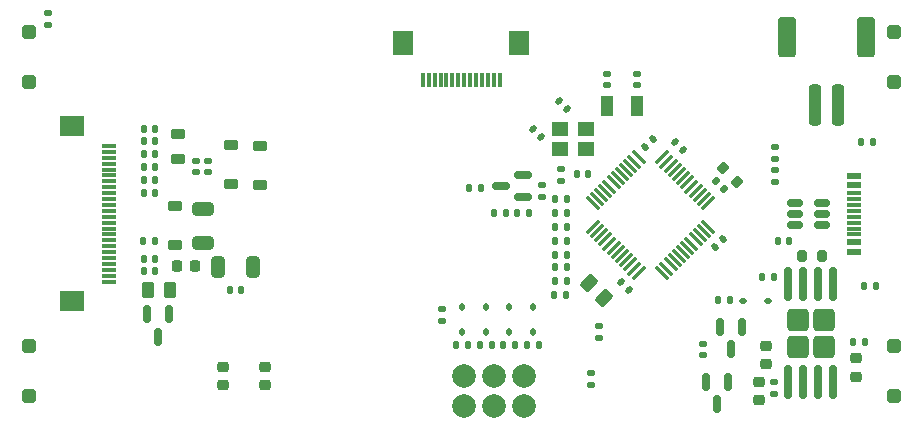
<source format=gbr>
%TF.GenerationSoftware,KiCad,Pcbnew,7.0.9*%
%TF.CreationDate,2023-12-04T16:41:43+01:00*%
%TF.ProjectId,USB E-Paper thing,55534220-452d-4506-9170-657220746869,rev?*%
%TF.SameCoordinates,Original*%
%TF.FileFunction,Paste,Top*%
%TF.FilePolarity,Positive*%
%FSLAX46Y46*%
G04 Gerber Fmt 4.6, Leading zero omitted, Abs format (unit mm)*
G04 Created by KiCad (PCBNEW 7.0.9) date 2023-12-04 16:41:43*
%MOMM*%
%LPD*%
G01*
G04 APERTURE LIST*
G04 Aperture macros list*
%AMRoundRect*
0 Rectangle with rounded corners*
0 $1 Rounding radius*
0 $2 $3 $4 $5 $6 $7 $8 $9 X,Y pos of 4 corners*
0 Add a 4 corners polygon primitive as box body*
4,1,4,$2,$3,$4,$5,$6,$7,$8,$9,$2,$3,0*
0 Add four circle primitives for the rounded corners*
1,1,$1+$1,$2,$3*
1,1,$1+$1,$4,$5*
1,1,$1+$1,$6,$7*
1,1,$1+$1,$8,$9*
0 Add four rect primitives between the rounded corners*
20,1,$1+$1,$2,$3,$4,$5,0*
20,1,$1+$1,$4,$5,$6,$7,0*
20,1,$1+$1,$6,$7,$8,$9,0*
20,1,$1+$1,$8,$9,$2,$3,0*%
G04 Aperture macros list end*
%ADD10RoundRect,0.200000X0.200000X0.275000X-0.200000X0.275000X-0.200000X-0.275000X0.200000X-0.275000X0*%
%ADD11RoundRect,0.135000X0.135000X0.185000X-0.135000X0.185000X-0.135000X-0.185000X0.135000X-0.185000X0*%
%ADD12RoundRect,0.135000X-0.135000X-0.185000X0.135000X-0.185000X0.135000X0.185000X-0.135000X0.185000X0*%
%ADD13RoundRect,0.300000X-0.300000X-0.300000X0.300000X-0.300000X0.300000X0.300000X-0.300000X0.300000X0*%
%ADD14RoundRect,0.300000X0.300000X0.300000X-0.300000X0.300000X-0.300000X-0.300000X0.300000X-0.300000X0*%
%ADD15RoundRect,0.140000X-0.219203X-0.021213X-0.021213X-0.219203X0.219203X0.021213X0.021213X0.219203X0*%
%ADD16RoundRect,0.140000X-0.140000X-0.170000X0.140000X-0.170000X0.140000X0.170000X-0.140000X0.170000X0*%
%ADD17RoundRect,0.225000X0.375000X-0.225000X0.375000X0.225000X-0.375000X0.225000X-0.375000X-0.225000X0*%
%ADD18RoundRect,0.140000X0.219203X0.021213X0.021213X0.219203X-0.219203X-0.021213X-0.021213X-0.219203X0*%
%ADD19RoundRect,0.075000X-0.521491X0.415425X0.415425X-0.521491X0.521491X-0.415425X-0.415425X0.521491X0*%
%ADD20RoundRect,0.075000X-0.521491X-0.415425X-0.415425X-0.521491X0.521491X0.415425X0.415425X0.521491X0*%
%ADD21RoundRect,0.140000X-0.170000X0.140000X-0.170000X-0.140000X0.170000X-0.140000X0.170000X0.140000X0*%
%ADD22C,2.000000*%
%ADD23R,1.000000X1.800000*%
%ADD24RoundRect,0.250000X-0.645000X0.670000X-0.645000X-0.670000X0.645000X-0.670000X0.645000X0.670000X0*%
%ADD25RoundRect,0.175000X-0.175000X1.250000X-0.175000X-1.250000X0.175000X-1.250000X0.175000X1.250000X0*%
%ADD26RoundRect,0.200000X-0.335876X-0.053033X-0.053033X-0.335876X0.335876X0.053033X0.053033X0.335876X0*%
%ADD27RoundRect,0.218750X-0.256250X0.218750X-0.256250X-0.218750X0.256250X-0.218750X0.256250X0.218750X0*%
%ADD28RoundRect,0.150000X0.587500X0.150000X-0.587500X0.150000X-0.587500X-0.150000X0.587500X-0.150000X0*%
%ADD29RoundRect,0.135000X0.226274X0.035355X0.035355X0.226274X-0.226274X-0.035355X-0.035355X-0.226274X0*%
%ADD30RoundRect,0.150000X-0.150000X0.587500X-0.150000X-0.587500X0.150000X-0.587500X0.150000X0.587500X0*%
%ADD31RoundRect,0.112500X-0.112500X0.187500X-0.112500X-0.187500X0.112500X-0.187500X0.112500X0.187500X0*%
%ADD32RoundRect,0.140000X0.170000X-0.140000X0.170000X0.140000X-0.170000X0.140000X-0.170000X-0.140000X0*%
%ADD33RoundRect,0.250000X0.262500X0.450000X-0.262500X0.450000X-0.262500X-0.450000X0.262500X-0.450000X0*%
%ADD34RoundRect,0.135000X-0.185000X0.135000X-0.185000X-0.135000X0.185000X-0.135000X0.185000X0.135000X0*%
%ADD35RoundRect,0.135000X0.185000X-0.135000X0.185000X0.135000X-0.185000X0.135000X-0.185000X-0.135000X0*%
%ADD36R,0.300000X1.200000*%
%ADD37R,1.800000X2.000000*%
%ADD38RoundRect,0.140000X0.140000X0.170000X-0.140000X0.170000X-0.140000X-0.170000X0.140000X-0.170000X0*%
%ADD39RoundRect,0.140000X0.021213X-0.219203X0.219203X-0.021213X-0.021213X0.219203X-0.219203X0.021213X0*%
%ADD40RoundRect,0.250000X0.650000X-0.325000X0.650000X0.325000X-0.650000X0.325000X-0.650000X-0.325000X0*%
%ADD41RoundRect,0.225000X0.250000X-0.225000X0.250000X0.225000X-0.250000X0.225000X-0.250000X-0.225000X0*%
%ADD42R,1.240000X0.600000*%
%ADD43R,1.240000X0.300000*%
%ADD44RoundRect,0.250000X-0.503814X-0.132583X-0.132583X-0.503814X0.503814X0.132583X0.132583X0.503814X0*%
%ADD45RoundRect,0.218750X-0.218750X-0.256250X0.218750X-0.256250X0.218750X0.256250X-0.218750X0.256250X0*%
%ADD46RoundRect,0.225000X-0.375000X0.225000X-0.375000X-0.225000X0.375000X-0.225000X0.375000X0.225000X0*%
%ADD47RoundRect,0.150000X0.512500X0.150000X-0.512500X0.150000X-0.512500X-0.150000X0.512500X-0.150000X0*%
%ADD48RoundRect,0.218750X0.256250X-0.218750X0.256250X0.218750X-0.256250X0.218750X-0.256250X-0.218750X0*%
%ADD49RoundRect,0.140000X-0.021213X0.219203X-0.219203X0.021213X0.021213X-0.219203X0.219203X-0.021213X0*%
%ADD50R,2.000000X1.800000*%
%ADD51R,1.200000X0.300000*%
%ADD52RoundRect,0.218750X0.381250X-0.218750X0.381250X0.218750X-0.381250X0.218750X-0.381250X-0.218750X0*%
%ADD53RoundRect,0.250001X0.499999X1.449999X-0.499999X1.449999X-0.499999X-1.449999X0.499999X-1.449999X0*%
%ADD54RoundRect,0.250000X0.250000X1.500000X-0.250000X1.500000X-0.250000X-1.500000X0.250000X-1.500000X0*%
%ADD55RoundRect,0.250000X-0.325000X-0.650000X0.325000X-0.650000X0.325000X0.650000X-0.325000X0.650000X0*%
%ADD56RoundRect,0.112500X-0.187500X-0.112500X0.187500X-0.112500X0.187500X0.112500X-0.187500X0.112500X0*%
%ADD57R,1.400000X1.200000*%
G04 APERTURE END LIST*
D10*
%TO.C,R19*%
X70005000Y14820000D03*
X68355000Y14820000D03*
%TD*%
D11*
%TO.C,R24*%
X48420000Y18400000D03*
X47400000Y18400000D03*
%TD*%
%TO.C,R26*%
X48420000Y19570000D03*
X47400000Y19570000D03*
%TD*%
D12*
%TO.C,R11*%
X44200000Y18425000D03*
X45220000Y18425000D03*
%TD*%
D13*
%TO.C,SW3*%
X76100000Y29550000D03*
D14*
X76100000Y33750000D03*
%TD*%
D12*
%TO.C,R3*%
X45050000Y7230000D03*
X46070000Y7230000D03*
%TD*%
D11*
%TO.C,R15*%
X74570000Y12200000D03*
X73550000Y12200000D03*
%TD*%
D15*
%TO.C,C5*%
X57560589Y24399411D03*
X58239411Y23720589D03*
%TD*%
D16*
%TO.C,C16*%
X12600000Y20100000D03*
X13560000Y20100000D03*
%TD*%
%TO.C,C6*%
X49250000Y21690000D03*
X50210000Y21690000D03*
%TD*%
D17*
%TO.C,D11*%
X19960000Y20835000D03*
X19960000Y24135000D03*
%TD*%
D18*
%TO.C,C2*%
X46260000Y24830000D03*
X45581178Y25508822D03*
%TD*%
D19*
%TO.C,U1*%
X54511212Y23127876D03*
X54157658Y22774322D03*
X53804105Y22420769D03*
X53450551Y22067215D03*
X53096998Y21713662D03*
X52743445Y21360109D03*
X52389891Y21006555D03*
X52036338Y20653002D03*
X51682785Y20299449D03*
X51329231Y19945895D03*
X50975678Y19592342D03*
X50622124Y19238788D03*
D20*
X50622124Y17241212D03*
X50975678Y16887658D03*
X51329231Y16534105D03*
X51682785Y16180551D03*
X52036338Y15826998D03*
X52389891Y15473445D03*
X52743445Y15119891D03*
X53096998Y14766338D03*
X53450551Y14412785D03*
X53804105Y14059231D03*
X54157658Y13705678D03*
X54511212Y13352124D03*
D19*
X56508788Y13352124D03*
X56862342Y13705678D03*
X57215895Y14059231D03*
X57569449Y14412785D03*
X57923002Y14766338D03*
X58276555Y15119891D03*
X58630109Y15473445D03*
X58983662Y15826998D03*
X59337215Y16180551D03*
X59690769Y16534105D03*
X60044322Y16887658D03*
X60397876Y17241212D03*
D20*
X60397876Y19238788D03*
X60044322Y19592342D03*
X59690769Y19945895D03*
X59337215Y20299449D03*
X58983662Y20653002D03*
X58630109Y21006555D03*
X58276555Y21360109D03*
X57923002Y21713662D03*
X57569449Y22067215D03*
X57215895Y22420769D03*
X56862342Y22774322D03*
X56508788Y23127876D03*
%TD*%
D21*
%TO.C,C25*%
X18040000Y22810000D03*
X18040000Y21850000D03*
%TD*%
D22*
%TO.C,J5*%
X39700000Y4620000D03*
X42240000Y4620000D03*
X44780000Y4620000D03*
X44780000Y2080000D03*
X42240000Y2080000D03*
X39700000Y2080000D03*
%TD*%
D23*
%TO.C,Y2*%
X51849411Y27500589D03*
X54349411Y27500589D03*
%TD*%
D18*
%TO.C,C7*%
X53709411Y11910589D03*
X53030589Y12589411D03*
%TD*%
D24*
%TO.C,U3*%
X70210000Y9390000D03*
X67990000Y9390000D03*
X70210000Y7110000D03*
X67990000Y7110000D03*
D25*
X71005000Y12400000D03*
X69735000Y12400000D03*
X68465000Y12400000D03*
X67195000Y12400000D03*
X67195000Y4100000D03*
X68465000Y4100000D03*
X69735000Y4100000D03*
X71005000Y4100000D03*
%TD*%
D26*
%TO.C,R14*%
X61686637Y22243363D03*
X62853363Y21076637D03*
%TD*%
D27*
%TO.C,D8*%
X72900000Y6127500D03*
X72900000Y4552500D03*
%TD*%
D28*
%TO.C,Q1*%
X44710000Y19750000D03*
X44710000Y21650000D03*
X42835000Y20700000D03*
%TD*%
D13*
%TO.C,SW4*%
X76100000Y2950000D03*
D14*
X76100000Y7150000D03*
%TD*%
D29*
%TO.C,R13*%
X61740624Y20449376D03*
X61019376Y21170624D03*
%TD*%
D30*
%TO.C,U4*%
X62090000Y4117500D03*
X60190000Y4117500D03*
X61140000Y2242500D03*
%TD*%
D31*
%TO.C,D6*%
X43570000Y10480000D03*
X43570000Y8380000D03*
%TD*%
D32*
%TO.C,C12*%
X59970000Y6370000D03*
X59970000Y7330000D03*
%TD*%
D11*
%TO.C,R27*%
X48420000Y16060000D03*
X47400000Y16060000D03*
%TD*%
%TO.C,R5*%
X48420000Y12620000D03*
X47400000Y12620000D03*
%TD*%
D32*
%TO.C,C4*%
X51849411Y29240000D03*
X51849411Y30200000D03*
%TD*%
D33*
%TO.C,R23*%
X14825000Y11900000D03*
X13000000Y11900000D03*
%TD*%
D34*
%TO.C,R17*%
X65980000Y4140000D03*
X65980000Y3120000D03*
%TD*%
D35*
%TO.C,R29*%
X4540000Y34320000D03*
X4540000Y35340000D03*
%TD*%
D36*
%TO.C,J3*%
X36240000Y29700000D03*
X36740000Y29700000D03*
X37240000Y29700000D03*
X37740000Y29700000D03*
X38240000Y29700000D03*
X38740000Y29700000D03*
X39240000Y29700000D03*
X39740000Y29700000D03*
X40240000Y29700000D03*
X40740000Y29700000D03*
X41240000Y29700000D03*
X41740000Y29700000D03*
X42240000Y29700000D03*
X42740000Y29700000D03*
D37*
X34590000Y32850000D03*
X44390000Y32850000D03*
%TD*%
D12*
%TO.C,R6*%
X39080000Y7230000D03*
X40100000Y7230000D03*
%TD*%
D21*
%TO.C,C24*%
X17000000Y22810000D03*
X17000000Y21850000D03*
%TD*%
D32*
%TO.C,C3*%
X54349411Y29240000D03*
X54349411Y30200000D03*
%TD*%
D12*
%TO.C,R28*%
X12570000Y16050000D03*
X13590000Y16050000D03*
%TD*%
D38*
%TO.C,C11*%
X62210000Y11020000D03*
X61250000Y11020000D03*
%TD*%
D14*
%TO.C,SW1*%
X2900000Y33750000D03*
D13*
X2900000Y29550000D03*
%TD*%
D16*
%TO.C,C20*%
X12600000Y13500000D03*
X13560000Y13500000D03*
%TD*%
D11*
%TO.C,R16*%
X74360000Y24430000D03*
X73340000Y24430000D03*
%TD*%
D35*
%TO.C,R12*%
X47930000Y21150000D03*
X47930000Y22170000D03*
%TD*%
D39*
%TO.C,C26*%
X55030000Y23980000D03*
X55708822Y24658822D03*
%TD*%
D16*
%TO.C,C15*%
X12600000Y21194000D03*
X13560000Y21194000D03*
%TD*%
D11*
%TO.C,R25*%
X48420000Y14890000D03*
X47400000Y14890000D03*
%TD*%
D14*
%TO.C,SW2*%
X2900000Y7150000D03*
D13*
X2900000Y2950000D03*
%TD*%
D35*
%TO.C,R20*%
X66060000Y21040000D03*
X66060000Y22060000D03*
%TD*%
D12*
%TO.C,R10*%
X42225000Y18425000D03*
X43245000Y18425000D03*
%TD*%
D11*
%TO.C,R22*%
X65990000Y12990000D03*
X64970000Y12990000D03*
%TD*%
D12*
%TO.C,R7*%
X40150000Y20530000D03*
X41170000Y20530000D03*
%TD*%
D40*
%TO.C,C21*%
X17640000Y15840000D03*
X17640000Y18790000D03*
%TD*%
D34*
%TO.C,R32*%
X50470000Y4840000D03*
X50470000Y3820000D03*
%TD*%
%TO.C,R33*%
X51130000Y8850000D03*
X51130000Y7830000D03*
%TD*%
D27*
%TO.C,D7*%
X64710000Y4127500D03*
X64710000Y2552500D03*
%TD*%
D41*
%TO.C,C10*%
X65260000Y5620000D03*
X65260000Y7170000D03*
%TD*%
D42*
%TO.C,J6*%
X72765000Y15150000D03*
X72765000Y15950000D03*
D43*
X72765000Y17100000D03*
X72765000Y18100000D03*
X72765000Y18600000D03*
X72765000Y19600000D03*
D42*
X72765000Y20750000D03*
X72765000Y21550000D03*
X72765000Y21550000D03*
X72765000Y20750000D03*
D43*
X72765000Y20100000D03*
X72765000Y19100000D03*
X72765000Y17600000D03*
X72765000Y16600000D03*
D42*
X72765000Y15950000D03*
X72765000Y15150000D03*
%TD*%
D12*
%TO.C,R1*%
X41070000Y7230000D03*
X42090000Y7230000D03*
%TD*%
D16*
%TO.C,C13*%
X12590000Y25570000D03*
X13550000Y25570000D03*
%TD*%
D11*
%TO.C,R2*%
X48400000Y11470000D03*
X47380000Y11470000D03*
%TD*%
D30*
%TO.C,Q3*%
X14750000Y9837500D03*
X12850000Y9837500D03*
X13800000Y7962500D03*
%TD*%
D31*
%TO.C,D1*%
X41580000Y10480000D03*
X41580000Y8380000D03*
%TD*%
D35*
%TO.C,R21*%
X66060000Y22980000D03*
X66060000Y24000000D03*
%TD*%
D12*
%TO.C,R18*%
X72620000Y7500000D03*
X73640000Y7500000D03*
%TD*%
D16*
%TO.C,C14*%
X12600000Y23382000D03*
X13560000Y23382000D03*
%TD*%
D44*
%TO.C,R30*%
X50284765Y12505235D03*
X51575235Y11214765D03*
%TD*%
D45*
%TO.C,L1*%
X15412500Y13900000D03*
X16987500Y13900000D03*
%TD*%
D31*
%TO.C,D5*%
X39590000Y10480000D03*
X39590000Y8380000D03*
%TD*%
D46*
%TO.C,D10*%
X22470000Y24090000D03*
X22470000Y20790000D03*
%TD*%
D16*
%TO.C,C19*%
X12600000Y24476000D03*
X13560000Y24476000D03*
%TD*%
D12*
%TO.C,R9*%
X43060000Y7230000D03*
X44080000Y7230000D03*
%TD*%
D47*
%TO.C,U2*%
X70040000Y17400000D03*
X70040000Y18350000D03*
X70040000Y19300000D03*
X67765000Y19300000D03*
X67765000Y18350000D03*
X67765000Y17400000D03*
%TD*%
D48*
%TO.C,D2*%
X22895000Y3825000D03*
X22895000Y5400000D03*
%TD*%
D49*
%TO.C,C8*%
X61670000Y16210000D03*
X60991178Y15531178D03*
%TD*%
D18*
%TO.C,C1*%
X48460000Y27230000D03*
X47781178Y27908822D03*
%TD*%
D50*
%TO.C,DS1*%
X6550000Y25750000D03*
X6550000Y10950000D03*
D51*
X9700000Y12600000D03*
X9700000Y13100000D03*
X9700000Y13600000D03*
X9700000Y14100000D03*
X9700000Y14600000D03*
X9700000Y15100000D03*
X9700000Y15600000D03*
X9700000Y16100000D03*
X9700000Y16600000D03*
X9700000Y17100000D03*
X9700000Y17600000D03*
X9700000Y18100000D03*
X9700000Y18600000D03*
X9700000Y19100000D03*
X9700000Y19600000D03*
X9700000Y20100000D03*
X9700000Y20600000D03*
X9700000Y21100000D03*
X9700000Y21600000D03*
X9700000Y22100000D03*
X9700000Y22600000D03*
X9700000Y23100000D03*
X9700000Y23600000D03*
X9700000Y24100000D03*
%TD*%
D52*
%TO.C,FB1*%
X15540000Y23025000D03*
X15540000Y25150000D03*
%TD*%
D31*
%TO.C,D3*%
X45560000Y10480000D03*
X45560000Y8380000D03*
%TD*%
D16*
%TO.C,C17*%
X19880000Y11900000D03*
X20840000Y11900000D03*
%TD*%
%TO.C,C18*%
X12600000Y14500000D03*
X13560000Y14500000D03*
%TD*%
D53*
%TO.C,BT1*%
X73780000Y33300000D03*
X67080000Y33300000D03*
D54*
X71430000Y27550000D03*
X69430000Y27550000D03*
%TD*%
D46*
%TO.C,D12*%
X15220000Y18990000D03*
X15220000Y15690000D03*
%TD*%
D11*
%TO.C,R31*%
X48420000Y13850000D03*
X47400000Y13850000D03*
%TD*%
D30*
%TO.C,Q2*%
X63280709Y8758500D03*
X61380709Y8758500D03*
X62330709Y6883500D03*
%TD*%
D55*
%TO.C,C22*%
X18895000Y13840000D03*
X21845000Y13840000D03*
%TD*%
D56*
%TO.C,D9*%
X63350000Y11000000D03*
X65450000Y11000000D03*
%TD*%
D11*
%TO.C,R34*%
X48420000Y17230000D03*
X47400000Y17230000D03*
%TD*%
D34*
%TO.C,R4*%
X37840000Y10330000D03*
X37840000Y9310000D03*
%TD*%
D48*
%TO.C,D4*%
X19320000Y3825000D03*
X19320000Y5400000D03*
%TD*%
D57*
%TO.C,Y1*%
X47890000Y23810000D03*
X50090000Y23810000D03*
X50090000Y25510000D03*
X47890000Y25510000D03*
%TD*%
D16*
%TO.C,C23*%
X12600000Y22288000D03*
X13560000Y22288000D03*
%TD*%
D35*
%TO.C,R8*%
X46335000Y19740000D03*
X46335000Y20760000D03*
%TD*%
D38*
%TO.C,C9*%
X67280000Y16080000D03*
X66320000Y16080000D03*
%TD*%
M02*

</source>
